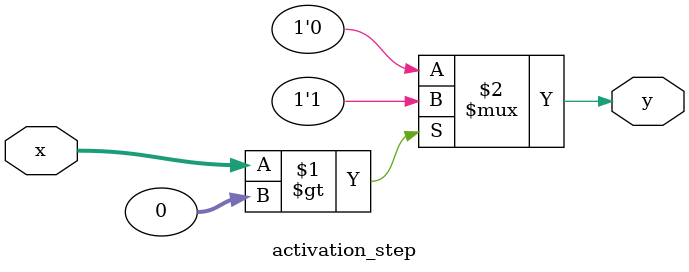
<source format=v>
module activation_step #(
    parameter WIDTH = 16  // signed data width
)(
    input  signed [WIDTH-1:0] x,
    output        y
);
    assign y = (x > 0) ? 1'b1 : 1'b0;
endmodule

</source>
